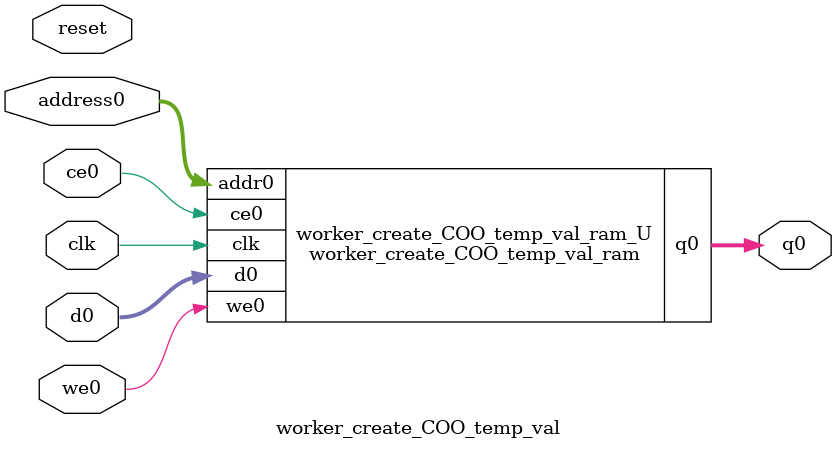
<source format=v>

`timescale 1 ns / 1 ps
module worker_create_COO_temp_val_ram (addr0, ce0, d0, we0, q0,  clk);

parameter DWIDTH = 32;
parameter AWIDTH = 14;
parameter MEM_SIZE = 10000;

input[AWIDTH-1:0] addr0;
input ce0;
input[DWIDTH-1:0] d0;
input we0;
output reg[DWIDTH-1:0] q0;
input clk;

(* ram_style = "block" *)reg [DWIDTH-1:0] ram[MEM_SIZE-1:0];




always @(posedge clk)  
begin 
    if (ce0) 
    begin
        if (we0) 
        begin 
            ram[addr0] <= d0; 
            q0 <= d0;
        end 
        else 
            q0 <= ram[addr0];
    end
end


endmodule


`timescale 1 ns / 1 ps
module worker_create_COO_temp_val(
    reset,
    clk,
    address0,
    ce0,
    we0,
    d0,
    q0);

parameter DataWidth = 32'd32;
parameter AddressRange = 32'd10000;
parameter AddressWidth = 32'd14;
input reset;
input clk;
input[AddressWidth - 1:0] address0;
input ce0;
input we0;
input[DataWidth - 1:0] d0;
output[DataWidth - 1:0] q0;



worker_create_COO_temp_val_ram worker_create_COO_temp_val_ram_U(
    .clk( clk ),
    .addr0( address0 ),
    .ce0( ce0 ),
    .d0( d0 ),
    .we0( we0 ),
    .q0( q0 ));

endmodule


</source>
